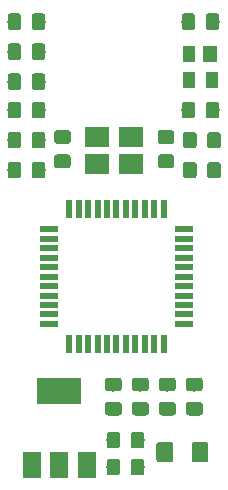
<source format=gbr>
%TF.GenerationSoftware,KiCad,Pcbnew,(5.1.2)-2*%
%TF.CreationDate,2020-02-06T17:00:50+08:00*%
%TF.ProjectId,wing-receiver-lite,77696e67-2d72-4656-9365-697665722d6c,rev?*%
%TF.SameCoordinates,Original*%
%TF.FileFunction,Paste,Top*%
%TF.FilePolarity,Positive*%
%FSLAX46Y46*%
G04 Gerber Fmt 4.6, Leading zero omitted, Abs format (unit mm)*
G04 Created by KiCad (PCBNEW (5.1.2)-2) date 2020-02-06 17:00:50*
%MOMM*%
%LPD*%
G04 APERTURE LIST*
%ADD10R,3.800000X2.200000*%
%ADD11R,1.500000X2.200000*%
%ADD12R,2.100000X1.800000*%
%ADD13R,0.550000X1.500000*%
%ADD14R,1.500000X0.550000*%
%ADD15C,0.350000*%
%ADD16C,1.150000*%
%ADD17C,1.425000*%
%ADD18R,1.000000X1.400000*%
%ADD19R,1.200000X1.400000*%
G04 APERTURE END LIST*
D10*
X75184000Y-125882000D03*
D11*
X72884000Y-132182000D03*
X75184000Y-132182000D03*
X77484000Y-132182000D03*
D12*
X78380000Y-104380000D03*
X81280000Y-104380000D03*
X81280000Y-106680000D03*
X78380000Y-106680000D03*
D13*
X84010000Y-121905000D03*
X83210000Y-121905000D03*
X82410000Y-121905000D03*
X81610000Y-121905000D03*
X80810000Y-121905000D03*
X80010000Y-121905000D03*
X79210000Y-121905000D03*
X78410000Y-121905000D03*
X77610000Y-121905000D03*
X76810000Y-121905000D03*
X76010000Y-121905000D03*
D14*
X74310000Y-120205000D03*
X74310000Y-119405000D03*
X74310000Y-118605000D03*
X74310000Y-117805000D03*
X74310000Y-117005000D03*
X74310000Y-116205000D03*
X74310000Y-115405000D03*
X74310000Y-114605000D03*
X74310000Y-113805000D03*
X74310000Y-113005000D03*
X74310000Y-112205000D03*
D13*
X76010000Y-110505000D03*
X76810000Y-110505000D03*
X77610000Y-110505000D03*
X78410000Y-110505000D03*
X79210000Y-110505000D03*
X80010000Y-110505000D03*
X80810000Y-110505000D03*
X81610000Y-110505000D03*
X82410000Y-110505000D03*
X83210000Y-110505000D03*
X84010000Y-110505000D03*
D14*
X85710000Y-112205000D03*
X85710000Y-113005000D03*
X85710000Y-113805000D03*
X85710000Y-114605000D03*
X85710000Y-115405000D03*
X85710000Y-116205000D03*
X85710000Y-117005000D03*
X85710000Y-117805000D03*
X85710000Y-118605000D03*
X85710000Y-119405000D03*
X85710000Y-120205000D03*
D15*
G36*
X71714505Y-101409204D02*
G01*
X71738773Y-101412804D01*
X71762572Y-101418765D01*
X71785671Y-101427030D01*
X71807850Y-101437520D01*
X71828893Y-101450132D01*
X71848599Y-101464747D01*
X71866777Y-101481223D01*
X71883253Y-101499401D01*
X71897868Y-101519107D01*
X71910480Y-101540150D01*
X71920970Y-101562329D01*
X71929235Y-101585428D01*
X71935196Y-101609227D01*
X71938796Y-101633495D01*
X71940000Y-101657999D01*
X71940000Y-102558001D01*
X71938796Y-102582505D01*
X71935196Y-102606773D01*
X71929235Y-102630572D01*
X71920970Y-102653671D01*
X71910480Y-102675850D01*
X71897868Y-102696893D01*
X71883253Y-102716599D01*
X71866777Y-102734777D01*
X71848599Y-102751253D01*
X71828893Y-102765868D01*
X71807850Y-102778480D01*
X71785671Y-102788970D01*
X71762572Y-102797235D01*
X71738773Y-102803196D01*
X71714505Y-102806796D01*
X71690001Y-102808000D01*
X71039999Y-102808000D01*
X71015495Y-102806796D01*
X70991227Y-102803196D01*
X70967428Y-102797235D01*
X70944329Y-102788970D01*
X70922150Y-102778480D01*
X70901107Y-102765868D01*
X70881401Y-102751253D01*
X70863223Y-102734777D01*
X70846747Y-102716599D01*
X70832132Y-102696893D01*
X70819520Y-102675850D01*
X70809030Y-102653671D01*
X70800765Y-102630572D01*
X70794804Y-102606773D01*
X70791204Y-102582505D01*
X70790000Y-102558001D01*
X70790000Y-101657999D01*
X70791204Y-101633495D01*
X70794804Y-101609227D01*
X70800765Y-101585428D01*
X70809030Y-101562329D01*
X70819520Y-101540150D01*
X70832132Y-101519107D01*
X70846747Y-101499401D01*
X70863223Y-101481223D01*
X70881401Y-101464747D01*
X70901107Y-101450132D01*
X70922150Y-101437520D01*
X70944329Y-101427030D01*
X70967428Y-101418765D01*
X70991227Y-101412804D01*
X71015495Y-101409204D01*
X71039999Y-101408000D01*
X71690001Y-101408000D01*
X71714505Y-101409204D01*
X71714505Y-101409204D01*
G37*
D16*
X71365000Y-102108000D03*
D15*
G36*
X73764505Y-101409204D02*
G01*
X73788773Y-101412804D01*
X73812572Y-101418765D01*
X73835671Y-101427030D01*
X73857850Y-101437520D01*
X73878893Y-101450132D01*
X73898599Y-101464747D01*
X73916777Y-101481223D01*
X73933253Y-101499401D01*
X73947868Y-101519107D01*
X73960480Y-101540150D01*
X73970970Y-101562329D01*
X73979235Y-101585428D01*
X73985196Y-101609227D01*
X73988796Y-101633495D01*
X73990000Y-101657999D01*
X73990000Y-102558001D01*
X73988796Y-102582505D01*
X73985196Y-102606773D01*
X73979235Y-102630572D01*
X73970970Y-102653671D01*
X73960480Y-102675850D01*
X73947868Y-102696893D01*
X73933253Y-102716599D01*
X73916777Y-102734777D01*
X73898599Y-102751253D01*
X73878893Y-102765868D01*
X73857850Y-102778480D01*
X73835671Y-102788970D01*
X73812572Y-102797235D01*
X73788773Y-102803196D01*
X73764505Y-102806796D01*
X73740001Y-102808000D01*
X73089999Y-102808000D01*
X73065495Y-102806796D01*
X73041227Y-102803196D01*
X73017428Y-102797235D01*
X72994329Y-102788970D01*
X72972150Y-102778480D01*
X72951107Y-102765868D01*
X72931401Y-102751253D01*
X72913223Y-102734777D01*
X72896747Y-102716599D01*
X72882132Y-102696893D01*
X72869520Y-102675850D01*
X72859030Y-102653671D01*
X72850765Y-102630572D01*
X72844804Y-102606773D01*
X72841204Y-102582505D01*
X72840000Y-102558001D01*
X72840000Y-101657999D01*
X72841204Y-101633495D01*
X72844804Y-101609227D01*
X72850765Y-101585428D01*
X72859030Y-101562329D01*
X72869520Y-101540150D01*
X72882132Y-101519107D01*
X72896747Y-101499401D01*
X72913223Y-101481223D01*
X72931401Y-101464747D01*
X72951107Y-101450132D01*
X72972150Y-101437520D01*
X72994329Y-101427030D01*
X73017428Y-101418765D01*
X73041227Y-101412804D01*
X73065495Y-101409204D01*
X73089999Y-101408000D01*
X73740001Y-101408000D01*
X73764505Y-101409204D01*
X73764505Y-101409204D01*
G37*
D16*
X73415000Y-102108000D03*
D15*
G36*
X88623505Y-106489204D02*
G01*
X88647773Y-106492804D01*
X88671572Y-106498765D01*
X88694671Y-106507030D01*
X88716850Y-106517520D01*
X88737893Y-106530132D01*
X88757599Y-106544747D01*
X88775777Y-106561223D01*
X88792253Y-106579401D01*
X88806868Y-106599107D01*
X88819480Y-106620150D01*
X88829970Y-106642329D01*
X88838235Y-106665428D01*
X88844196Y-106689227D01*
X88847796Y-106713495D01*
X88849000Y-106737999D01*
X88849000Y-107638001D01*
X88847796Y-107662505D01*
X88844196Y-107686773D01*
X88838235Y-107710572D01*
X88829970Y-107733671D01*
X88819480Y-107755850D01*
X88806868Y-107776893D01*
X88792253Y-107796599D01*
X88775777Y-107814777D01*
X88757599Y-107831253D01*
X88737893Y-107845868D01*
X88716850Y-107858480D01*
X88694671Y-107868970D01*
X88671572Y-107877235D01*
X88647773Y-107883196D01*
X88623505Y-107886796D01*
X88599001Y-107888000D01*
X87948999Y-107888000D01*
X87924495Y-107886796D01*
X87900227Y-107883196D01*
X87876428Y-107877235D01*
X87853329Y-107868970D01*
X87831150Y-107858480D01*
X87810107Y-107845868D01*
X87790401Y-107831253D01*
X87772223Y-107814777D01*
X87755747Y-107796599D01*
X87741132Y-107776893D01*
X87728520Y-107755850D01*
X87718030Y-107733671D01*
X87709765Y-107710572D01*
X87703804Y-107686773D01*
X87700204Y-107662505D01*
X87699000Y-107638001D01*
X87699000Y-106737999D01*
X87700204Y-106713495D01*
X87703804Y-106689227D01*
X87709765Y-106665428D01*
X87718030Y-106642329D01*
X87728520Y-106620150D01*
X87741132Y-106599107D01*
X87755747Y-106579401D01*
X87772223Y-106561223D01*
X87790401Y-106544747D01*
X87810107Y-106530132D01*
X87831150Y-106517520D01*
X87853329Y-106507030D01*
X87876428Y-106498765D01*
X87900227Y-106492804D01*
X87924495Y-106489204D01*
X87948999Y-106488000D01*
X88599001Y-106488000D01*
X88623505Y-106489204D01*
X88623505Y-106489204D01*
G37*
D16*
X88274000Y-107188000D03*
D15*
G36*
X86573505Y-106489204D02*
G01*
X86597773Y-106492804D01*
X86621572Y-106498765D01*
X86644671Y-106507030D01*
X86666850Y-106517520D01*
X86687893Y-106530132D01*
X86707599Y-106544747D01*
X86725777Y-106561223D01*
X86742253Y-106579401D01*
X86756868Y-106599107D01*
X86769480Y-106620150D01*
X86779970Y-106642329D01*
X86788235Y-106665428D01*
X86794196Y-106689227D01*
X86797796Y-106713495D01*
X86799000Y-106737999D01*
X86799000Y-107638001D01*
X86797796Y-107662505D01*
X86794196Y-107686773D01*
X86788235Y-107710572D01*
X86779970Y-107733671D01*
X86769480Y-107755850D01*
X86756868Y-107776893D01*
X86742253Y-107796599D01*
X86725777Y-107814777D01*
X86707599Y-107831253D01*
X86687893Y-107845868D01*
X86666850Y-107858480D01*
X86644671Y-107868970D01*
X86621572Y-107877235D01*
X86597773Y-107883196D01*
X86573505Y-107886796D01*
X86549001Y-107888000D01*
X85898999Y-107888000D01*
X85874495Y-107886796D01*
X85850227Y-107883196D01*
X85826428Y-107877235D01*
X85803329Y-107868970D01*
X85781150Y-107858480D01*
X85760107Y-107845868D01*
X85740401Y-107831253D01*
X85722223Y-107814777D01*
X85705747Y-107796599D01*
X85691132Y-107776893D01*
X85678520Y-107755850D01*
X85668030Y-107733671D01*
X85659765Y-107710572D01*
X85653804Y-107686773D01*
X85650204Y-107662505D01*
X85649000Y-107638001D01*
X85649000Y-106737999D01*
X85650204Y-106713495D01*
X85653804Y-106689227D01*
X85659765Y-106665428D01*
X85668030Y-106642329D01*
X85678520Y-106620150D01*
X85691132Y-106599107D01*
X85705747Y-106579401D01*
X85722223Y-106561223D01*
X85740401Y-106544747D01*
X85760107Y-106530132D01*
X85781150Y-106517520D01*
X85803329Y-106507030D01*
X85826428Y-106498765D01*
X85850227Y-106492804D01*
X85874495Y-106489204D01*
X85898999Y-106488000D01*
X86549001Y-106488000D01*
X86573505Y-106489204D01*
X86573505Y-106489204D01*
G37*
D16*
X86224000Y-107188000D03*
D15*
G36*
X71714505Y-106489204D02*
G01*
X71738773Y-106492804D01*
X71762572Y-106498765D01*
X71785671Y-106507030D01*
X71807850Y-106517520D01*
X71828893Y-106530132D01*
X71848599Y-106544747D01*
X71866777Y-106561223D01*
X71883253Y-106579401D01*
X71897868Y-106599107D01*
X71910480Y-106620150D01*
X71920970Y-106642329D01*
X71929235Y-106665428D01*
X71935196Y-106689227D01*
X71938796Y-106713495D01*
X71940000Y-106737999D01*
X71940000Y-107638001D01*
X71938796Y-107662505D01*
X71935196Y-107686773D01*
X71929235Y-107710572D01*
X71920970Y-107733671D01*
X71910480Y-107755850D01*
X71897868Y-107776893D01*
X71883253Y-107796599D01*
X71866777Y-107814777D01*
X71848599Y-107831253D01*
X71828893Y-107845868D01*
X71807850Y-107858480D01*
X71785671Y-107868970D01*
X71762572Y-107877235D01*
X71738773Y-107883196D01*
X71714505Y-107886796D01*
X71690001Y-107888000D01*
X71039999Y-107888000D01*
X71015495Y-107886796D01*
X70991227Y-107883196D01*
X70967428Y-107877235D01*
X70944329Y-107868970D01*
X70922150Y-107858480D01*
X70901107Y-107845868D01*
X70881401Y-107831253D01*
X70863223Y-107814777D01*
X70846747Y-107796599D01*
X70832132Y-107776893D01*
X70819520Y-107755850D01*
X70809030Y-107733671D01*
X70800765Y-107710572D01*
X70794804Y-107686773D01*
X70791204Y-107662505D01*
X70790000Y-107638001D01*
X70790000Y-106737999D01*
X70791204Y-106713495D01*
X70794804Y-106689227D01*
X70800765Y-106665428D01*
X70809030Y-106642329D01*
X70819520Y-106620150D01*
X70832132Y-106599107D01*
X70846747Y-106579401D01*
X70863223Y-106561223D01*
X70881401Y-106544747D01*
X70901107Y-106530132D01*
X70922150Y-106517520D01*
X70944329Y-106507030D01*
X70967428Y-106498765D01*
X70991227Y-106492804D01*
X71015495Y-106489204D01*
X71039999Y-106488000D01*
X71690001Y-106488000D01*
X71714505Y-106489204D01*
X71714505Y-106489204D01*
G37*
D16*
X71365000Y-107188000D03*
D15*
G36*
X73764505Y-106489204D02*
G01*
X73788773Y-106492804D01*
X73812572Y-106498765D01*
X73835671Y-106507030D01*
X73857850Y-106517520D01*
X73878893Y-106530132D01*
X73898599Y-106544747D01*
X73916777Y-106561223D01*
X73933253Y-106579401D01*
X73947868Y-106599107D01*
X73960480Y-106620150D01*
X73970970Y-106642329D01*
X73979235Y-106665428D01*
X73985196Y-106689227D01*
X73988796Y-106713495D01*
X73990000Y-106737999D01*
X73990000Y-107638001D01*
X73988796Y-107662505D01*
X73985196Y-107686773D01*
X73979235Y-107710572D01*
X73970970Y-107733671D01*
X73960480Y-107755850D01*
X73947868Y-107776893D01*
X73933253Y-107796599D01*
X73916777Y-107814777D01*
X73898599Y-107831253D01*
X73878893Y-107845868D01*
X73857850Y-107858480D01*
X73835671Y-107868970D01*
X73812572Y-107877235D01*
X73788773Y-107883196D01*
X73764505Y-107886796D01*
X73740001Y-107888000D01*
X73089999Y-107888000D01*
X73065495Y-107886796D01*
X73041227Y-107883196D01*
X73017428Y-107877235D01*
X72994329Y-107868970D01*
X72972150Y-107858480D01*
X72951107Y-107845868D01*
X72931401Y-107831253D01*
X72913223Y-107814777D01*
X72896747Y-107796599D01*
X72882132Y-107776893D01*
X72869520Y-107755850D01*
X72859030Y-107733671D01*
X72850765Y-107710572D01*
X72844804Y-107686773D01*
X72841204Y-107662505D01*
X72840000Y-107638001D01*
X72840000Y-106737999D01*
X72841204Y-106713495D01*
X72844804Y-106689227D01*
X72850765Y-106665428D01*
X72859030Y-106642329D01*
X72869520Y-106620150D01*
X72882132Y-106599107D01*
X72896747Y-106579401D01*
X72913223Y-106561223D01*
X72931401Y-106544747D01*
X72951107Y-106530132D01*
X72972150Y-106517520D01*
X72994329Y-106507030D01*
X73017428Y-106498765D01*
X73041227Y-106492804D01*
X73065495Y-106489204D01*
X73089999Y-106488000D01*
X73740001Y-106488000D01*
X73764505Y-106489204D01*
X73764505Y-106489204D01*
G37*
D16*
X73415000Y-107188000D03*
D15*
G36*
X71714505Y-96456204D02*
G01*
X71738773Y-96459804D01*
X71762572Y-96465765D01*
X71785671Y-96474030D01*
X71807850Y-96484520D01*
X71828893Y-96497132D01*
X71848599Y-96511747D01*
X71866777Y-96528223D01*
X71883253Y-96546401D01*
X71897868Y-96566107D01*
X71910480Y-96587150D01*
X71920970Y-96609329D01*
X71929235Y-96632428D01*
X71935196Y-96656227D01*
X71938796Y-96680495D01*
X71940000Y-96704999D01*
X71940000Y-97605001D01*
X71938796Y-97629505D01*
X71935196Y-97653773D01*
X71929235Y-97677572D01*
X71920970Y-97700671D01*
X71910480Y-97722850D01*
X71897868Y-97743893D01*
X71883253Y-97763599D01*
X71866777Y-97781777D01*
X71848599Y-97798253D01*
X71828893Y-97812868D01*
X71807850Y-97825480D01*
X71785671Y-97835970D01*
X71762572Y-97844235D01*
X71738773Y-97850196D01*
X71714505Y-97853796D01*
X71690001Y-97855000D01*
X71039999Y-97855000D01*
X71015495Y-97853796D01*
X70991227Y-97850196D01*
X70967428Y-97844235D01*
X70944329Y-97835970D01*
X70922150Y-97825480D01*
X70901107Y-97812868D01*
X70881401Y-97798253D01*
X70863223Y-97781777D01*
X70846747Y-97763599D01*
X70832132Y-97743893D01*
X70819520Y-97722850D01*
X70809030Y-97700671D01*
X70800765Y-97677572D01*
X70794804Y-97653773D01*
X70791204Y-97629505D01*
X70790000Y-97605001D01*
X70790000Y-96704999D01*
X70791204Y-96680495D01*
X70794804Y-96656227D01*
X70800765Y-96632428D01*
X70809030Y-96609329D01*
X70819520Y-96587150D01*
X70832132Y-96566107D01*
X70846747Y-96546401D01*
X70863223Y-96528223D01*
X70881401Y-96511747D01*
X70901107Y-96497132D01*
X70922150Y-96484520D01*
X70944329Y-96474030D01*
X70967428Y-96465765D01*
X70991227Y-96459804D01*
X71015495Y-96456204D01*
X71039999Y-96455000D01*
X71690001Y-96455000D01*
X71714505Y-96456204D01*
X71714505Y-96456204D01*
G37*
D16*
X71365000Y-97155000D03*
D15*
G36*
X73764505Y-96456204D02*
G01*
X73788773Y-96459804D01*
X73812572Y-96465765D01*
X73835671Y-96474030D01*
X73857850Y-96484520D01*
X73878893Y-96497132D01*
X73898599Y-96511747D01*
X73916777Y-96528223D01*
X73933253Y-96546401D01*
X73947868Y-96566107D01*
X73960480Y-96587150D01*
X73970970Y-96609329D01*
X73979235Y-96632428D01*
X73985196Y-96656227D01*
X73988796Y-96680495D01*
X73990000Y-96704999D01*
X73990000Y-97605001D01*
X73988796Y-97629505D01*
X73985196Y-97653773D01*
X73979235Y-97677572D01*
X73970970Y-97700671D01*
X73960480Y-97722850D01*
X73947868Y-97743893D01*
X73933253Y-97763599D01*
X73916777Y-97781777D01*
X73898599Y-97798253D01*
X73878893Y-97812868D01*
X73857850Y-97825480D01*
X73835671Y-97835970D01*
X73812572Y-97844235D01*
X73788773Y-97850196D01*
X73764505Y-97853796D01*
X73740001Y-97855000D01*
X73089999Y-97855000D01*
X73065495Y-97853796D01*
X73041227Y-97850196D01*
X73017428Y-97844235D01*
X72994329Y-97835970D01*
X72972150Y-97825480D01*
X72951107Y-97812868D01*
X72931401Y-97798253D01*
X72913223Y-97781777D01*
X72896747Y-97763599D01*
X72882132Y-97743893D01*
X72869520Y-97722850D01*
X72859030Y-97700671D01*
X72850765Y-97677572D01*
X72844804Y-97653773D01*
X72841204Y-97629505D01*
X72840000Y-97605001D01*
X72840000Y-96704999D01*
X72841204Y-96680495D01*
X72844804Y-96656227D01*
X72850765Y-96632428D01*
X72859030Y-96609329D01*
X72869520Y-96587150D01*
X72882132Y-96566107D01*
X72896747Y-96546401D01*
X72913223Y-96528223D01*
X72931401Y-96511747D01*
X72951107Y-96497132D01*
X72972150Y-96484520D01*
X72994329Y-96474030D01*
X73017428Y-96465765D01*
X73041227Y-96459804D01*
X73065495Y-96456204D01*
X73089999Y-96455000D01*
X73740001Y-96455000D01*
X73764505Y-96456204D01*
X73764505Y-96456204D01*
G37*
D16*
X73415000Y-97155000D03*
D15*
G36*
X73764505Y-103949204D02*
G01*
X73788773Y-103952804D01*
X73812572Y-103958765D01*
X73835671Y-103967030D01*
X73857850Y-103977520D01*
X73878893Y-103990132D01*
X73898599Y-104004747D01*
X73916777Y-104021223D01*
X73933253Y-104039401D01*
X73947868Y-104059107D01*
X73960480Y-104080150D01*
X73970970Y-104102329D01*
X73979235Y-104125428D01*
X73985196Y-104149227D01*
X73988796Y-104173495D01*
X73990000Y-104197999D01*
X73990000Y-105098001D01*
X73988796Y-105122505D01*
X73985196Y-105146773D01*
X73979235Y-105170572D01*
X73970970Y-105193671D01*
X73960480Y-105215850D01*
X73947868Y-105236893D01*
X73933253Y-105256599D01*
X73916777Y-105274777D01*
X73898599Y-105291253D01*
X73878893Y-105305868D01*
X73857850Y-105318480D01*
X73835671Y-105328970D01*
X73812572Y-105337235D01*
X73788773Y-105343196D01*
X73764505Y-105346796D01*
X73740001Y-105348000D01*
X73089999Y-105348000D01*
X73065495Y-105346796D01*
X73041227Y-105343196D01*
X73017428Y-105337235D01*
X72994329Y-105328970D01*
X72972150Y-105318480D01*
X72951107Y-105305868D01*
X72931401Y-105291253D01*
X72913223Y-105274777D01*
X72896747Y-105256599D01*
X72882132Y-105236893D01*
X72869520Y-105215850D01*
X72859030Y-105193671D01*
X72850765Y-105170572D01*
X72844804Y-105146773D01*
X72841204Y-105122505D01*
X72840000Y-105098001D01*
X72840000Y-104197999D01*
X72841204Y-104173495D01*
X72844804Y-104149227D01*
X72850765Y-104125428D01*
X72859030Y-104102329D01*
X72869520Y-104080150D01*
X72882132Y-104059107D01*
X72896747Y-104039401D01*
X72913223Y-104021223D01*
X72931401Y-104004747D01*
X72951107Y-103990132D01*
X72972150Y-103977520D01*
X72994329Y-103967030D01*
X73017428Y-103958765D01*
X73041227Y-103952804D01*
X73065495Y-103949204D01*
X73089999Y-103948000D01*
X73740001Y-103948000D01*
X73764505Y-103949204D01*
X73764505Y-103949204D01*
G37*
D16*
X73415000Y-104648000D03*
D15*
G36*
X71714505Y-103949204D02*
G01*
X71738773Y-103952804D01*
X71762572Y-103958765D01*
X71785671Y-103967030D01*
X71807850Y-103977520D01*
X71828893Y-103990132D01*
X71848599Y-104004747D01*
X71866777Y-104021223D01*
X71883253Y-104039401D01*
X71897868Y-104059107D01*
X71910480Y-104080150D01*
X71920970Y-104102329D01*
X71929235Y-104125428D01*
X71935196Y-104149227D01*
X71938796Y-104173495D01*
X71940000Y-104197999D01*
X71940000Y-105098001D01*
X71938796Y-105122505D01*
X71935196Y-105146773D01*
X71929235Y-105170572D01*
X71920970Y-105193671D01*
X71910480Y-105215850D01*
X71897868Y-105236893D01*
X71883253Y-105256599D01*
X71866777Y-105274777D01*
X71848599Y-105291253D01*
X71828893Y-105305868D01*
X71807850Y-105318480D01*
X71785671Y-105328970D01*
X71762572Y-105337235D01*
X71738773Y-105343196D01*
X71714505Y-105346796D01*
X71690001Y-105348000D01*
X71039999Y-105348000D01*
X71015495Y-105346796D01*
X70991227Y-105343196D01*
X70967428Y-105337235D01*
X70944329Y-105328970D01*
X70922150Y-105318480D01*
X70901107Y-105305868D01*
X70881401Y-105291253D01*
X70863223Y-105274777D01*
X70846747Y-105256599D01*
X70832132Y-105236893D01*
X70819520Y-105215850D01*
X70809030Y-105193671D01*
X70800765Y-105170572D01*
X70794804Y-105146773D01*
X70791204Y-105122505D01*
X70790000Y-105098001D01*
X70790000Y-104197999D01*
X70791204Y-104173495D01*
X70794804Y-104149227D01*
X70800765Y-104125428D01*
X70809030Y-104102329D01*
X70819520Y-104080150D01*
X70832132Y-104059107D01*
X70846747Y-104039401D01*
X70863223Y-104021223D01*
X70881401Y-104004747D01*
X70901107Y-103990132D01*
X70922150Y-103977520D01*
X70944329Y-103967030D01*
X70967428Y-103958765D01*
X70991227Y-103952804D01*
X71015495Y-103949204D01*
X71039999Y-103948000D01*
X71690001Y-103948000D01*
X71714505Y-103949204D01*
X71714505Y-103949204D01*
G37*
D16*
X71365000Y-104648000D03*
D15*
G36*
X86573505Y-103949204D02*
G01*
X86597773Y-103952804D01*
X86621572Y-103958765D01*
X86644671Y-103967030D01*
X86666850Y-103977520D01*
X86687893Y-103990132D01*
X86707599Y-104004747D01*
X86725777Y-104021223D01*
X86742253Y-104039401D01*
X86756868Y-104059107D01*
X86769480Y-104080150D01*
X86779970Y-104102329D01*
X86788235Y-104125428D01*
X86794196Y-104149227D01*
X86797796Y-104173495D01*
X86799000Y-104197999D01*
X86799000Y-105098001D01*
X86797796Y-105122505D01*
X86794196Y-105146773D01*
X86788235Y-105170572D01*
X86779970Y-105193671D01*
X86769480Y-105215850D01*
X86756868Y-105236893D01*
X86742253Y-105256599D01*
X86725777Y-105274777D01*
X86707599Y-105291253D01*
X86687893Y-105305868D01*
X86666850Y-105318480D01*
X86644671Y-105328970D01*
X86621572Y-105337235D01*
X86597773Y-105343196D01*
X86573505Y-105346796D01*
X86549001Y-105348000D01*
X85898999Y-105348000D01*
X85874495Y-105346796D01*
X85850227Y-105343196D01*
X85826428Y-105337235D01*
X85803329Y-105328970D01*
X85781150Y-105318480D01*
X85760107Y-105305868D01*
X85740401Y-105291253D01*
X85722223Y-105274777D01*
X85705747Y-105256599D01*
X85691132Y-105236893D01*
X85678520Y-105215850D01*
X85668030Y-105193671D01*
X85659765Y-105170572D01*
X85653804Y-105146773D01*
X85650204Y-105122505D01*
X85649000Y-105098001D01*
X85649000Y-104197999D01*
X85650204Y-104173495D01*
X85653804Y-104149227D01*
X85659765Y-104125428D01*
X85668030Y-104102329D01*
X85678520Y-104080150D01*
X85691132Y-104059107D01*
X85705747Y-104039401D01*
X85722223Y-104021223D01*
X85740401Y-104004747D01*
X85760107Y-103990132D01*
X85781150Y-103977520D01*
X85803329Y-103967030D01*
X85826428Y-103958765D01*
X85850227Y-103952804D01*
X85874495Y-103949204D01*
X85898999Y-103948000D01*
X86549001Y-103948000D01*
X86573505Y-103949204D01*
X86573505Y-103949204D01*
G37*
D16*
X86224000Y-104648000D03*
D15*
G36*
X88623505Y-103949204D02*
G01*
X88647773Y-103952804D01*
X88671572Y-103958765D01*
X88694671Y-103967030D01*
X88716850Y-103977520D01*
X88737893Y-103990132D01*
X88757599Y-104004747D01*
X88775777Y-104021223D01*
X88792253Y-104039401D01*
X88806868Y-104059107D01*
X88819480Y-104080150D01*
X88829970Y-104102329D01*
X88838235Y-104125428D01*
X88844196Y-104149227D01*
X88847796Y-104173495D01*
X88849000Y-104197999D01*
X88849000Y-105098001D01*
X88847796Y-105122505D01*
X88844196Y-105146773D01*
X88838235Y-105170572D01*
X88829970Y-105193671D01*
X88819480Y-105215850D01*
X88806868Y-105236893D01*
X88792253Y-105256599D01*
X88775777Y-105274777D01*
X88757599Y-105291253D01*
X88737893Y-105305868D01*
X88716850Y-105318480D01*
X88694671Y-105328970D01*
X88671572Y-105337235D01*
X88647773Y-105343196D01*
X88623505Y-105346796D01*
X88599001Y-105348000D01*
X87948999Y-105348000D01*
X87924495Y-105346796D01*
X87900227Y-105343196D01*
X87876428Y-105337235D01*
X87853329Y-105328970D01*
X87831150Y-105318480D01*
X87810107Y-105305868D01*
X87790401Y-105291253D01*
X87772223Y-105274777D01*
X87755747Y-105256599D01*
X87741132Y-105236893D01*
X87728520Y-105215850D01*
X87718030Y-105193671D01*
X87709765Y-105170572D01*
X87703804Y-105146773D01*
X87700204Y-105122505D01*
X87699000Y-105098001D01*
X87699000Y-104197999D01*
X87700204Y-104173495D01*
X87703804Y-104149227D01*
X87709765Y-104125428D01*
X87718030Y-104102329D01*
X87728520Y-104080150D01*
X87741132Y-104059107D01*
X87755747Y-104039401D01*
X87772223Y-104021223D01*
X87790401Y-104004747D01*
X87810107Y-103990132D01*
X87831150Y-103977520D01*
X87853329Y-103967030D01*
X87876428Y-103958765D01*
X87900227Y-103952804D01*
X87924495Y-103949204D01*
X87948999Y-103948000D01*
X88599001Y-103948000D01*
X88623505Y-103949204D01*
X88623505Y-103949204D01*
G37*
D16*
X88274000Y-104648000D03*
D15*
G36*
X88496505Y-101409204D02*
G01*
X88520773Y-101412804D01*
X88544572Y-101418765D01*
X88567671Y-101427030D01*
X88589850Y-101437520D01*
X88610893Y-101450132D01*
X88630599Y-101464747D01*
X88648777Y-101481223D01*
X88665253Y-101499401D01*
X88679868Y-101519107D01*
X88692480Y-101540150D01*
X88702970Y-101562329D01*
X88711235Y-101585428D01*
X88717196Y-101609227D01*
X88720796Y-101633495D01*
X88722000Y-101657999D01*
X88722000Y-102558001D01*
X88720796Y-102582505D01*
X88717196Y-102606773D01*
X88711235Y-102630572D01*
X88702970Y-102653671D01*
X88692480Y-102675850D01*
X88679868Y-102696893D01*
X88665253Y-102716599D01*
X88648777Y-102734777D01*
X88630599Y-102751253D01*
X88610893Y-102765868D01*
X88589850Y-102778480D01*
X88567671Y-102788970D01*
X88544572Y-102797235D01*
X88520773Y-102803196D01*
X88496505Y-102806796D01*
X88472001Y-102808000D01*
X87821999Y-102808000D01*
X87797495Y-102806796D01*
X87773227Y-102803196D01*
X87749428Y-102797235D01*
X87726329Y-102788970D01*
X87704150Y-102778480D01*
X87683107Y-102765868D01*
X87663401Y-102751253D01*
X87645223Y-102734777D01*
X87628747Y-102716599D01*
X87614132Y-102696893D01*
X87601520Y-102675850D01*
X87591030Y-102653671D01*
X87582765Y-102630572D01*
X87576804Y-102606773D01*
X87573204Y-102582505D01*
X87572000Y-102558001D01*
X87572000Y-101657999D01*
X87573204Y-101633495D01*
X87576804Y-101609227D01*
X87582765Y-101585428D01*
X87591030Y-101562329D01*
X87601520Y-101540150D01*
X87614132Y-101519107D01*
X87628747Y-101499401D01*
X87645223Y-101481223D01*
X87663401Y-101464747D01*
X87683107Y-101450132D01*
X87704150Y-101437520D01*
X87726329Y-101427030D01*
X87749428Y-101418765D01*
X87773227Y-101412804D01*
X87797495Y-101409204D01*
X87821999Y-101408000D01*
X88472001Y-101408000D01*
X88496505Y-101409204D01*
X88496505Y-101409204D01*
G37*
D16*
X88147000Y-102108000D03*
D15*
G36*
X86446505Y-101409204D02*
G01*
X86470773Y-101412804D01*
X86494572Y-101418765D01*
X86517671Y-101427030D01*
X86539850Y-101437520D01*
X86560893Y-101450132D01*
X86580599Y-101464747D01*
X86598777Y-101481223D01*
X86615253Y-101499401D01*
X86629868Y-101519107D01*
X86642480Y-101540150D01*
X86652970Y-101562329D01*
X86661235Y-101585428D01*
X86667196Y-101609227D01*
X86670796Y-101633495D01*
X86672000Y-101657999D01*
X86672000Y-102558001D01*
X86670796Y-102582505D01*
X86667196Y-102606773D01*
X86661235Y-102630572D01*
X86652970Y-102653671D01*
X86642480Y-102675850D01*
X86629868Y-102696893D01*
X86615253Y-102716599D01*
X86598777Y-102734777D01*
X86580599Y-102751253D01*
X86560893Y-102765868D01*
X86539850Y-102778480D01*
X86517671Y-102788970D01*
X86494572Y-102797235D01*
X86470773Y-102803196D01*
X86446505Y-102806796D01*
X86422001Y-102808000D01*
X85771999Y-102808000D01*
X85747495Y-102806796D01*
X85723227Y-102803196D01*
X85699428Y-102797235D01*
X85676329Y-102788970D01*
X85654150Y-102778480D01*
X85633107Y-102765868D01*
X85613401Y-102751253D01*
X85595223Y-102734777D01*
X85578747Y-102716599D01*
X85564132Y-102696893D01*
X85551520Y-102675850D01*
X85541030Y-102653671D01*
X85532765Y-102630572D01*
X85526804Y-102606773D01*
X85523204Y-102582505D01*
X85522000Y-102558001D01*
X85522000Y-101657999D01*
X85523204Y-101633495D01*
X85526804Y-101609227D01*
X85532765Y-101585428D01*
X85541030Y-101562329D01*
X85551520Y-101540150D01*
X85564132Y-101519107D01*
X85578747Y-101499401D01*
X85595223Y-101481223D01*
X85613401Y-101464747D01*
X85633107Y-101450132D01*
X85654150Y-101437520D01*
X85676329Y-101427030D01*
X85699428Y-101418765D01*
X85723227Y-101412804D01*
X85747495Y-101409204D01*
X85771999Y-101408000D01*
X86422001Y-101408000D01*
X86446505Y-101409204D01*
X86446505Y-101409204D01*
G37*
D16*
X86097000Y-102108000D03*
D15*
G36*
X88496505Y-93916204D02*
G01*
X88520773Y-93919804D01*
X88544572Y-93925765D01*
X88567671Y-93934030D01*
X88589850Y-93944520D01*
X88610893Y-93957132D01*
X88630599Y-93971747D01*
X88648777Y-93988223D01*
X88665253Y-94006401D01*
X88679868Y-94026107D01*
X88692480Y-94047150D01*
X88702970Y-94069329D01*
X88711235Y-94092428D01*
X88717196Y-94116227D01*
X88720796Y-94140495D01*
X88722000Y-94164999D01*
X88722000Y-95065001D01*
X88720796Y-95089505D01*
X88717196Y-95113773D01*
X88711235Y-95137572D01*
X88702970Y-95160671D01*
X88692480Y-95182850D01*
X88679868Y-95203893D01*
X88665253Y-95223599D01*
X88648777Y-95241777D01*
X88630599Y-95258253D01*
X88610893Y-95272868D01*
X88589850Y-95285480D01*
X88567671Y-95295970D01*
X88544572Y-95304235D01*
X88520773Y-95310196D01*
X88496505Y-95313796D01*
X88472001Y-95315000D01*
X87821999Y-95315000D01*
X87797495Y-95313796D01*
X87773227Y-95310196D01*
X87749428Y-95304235D01*
X87726329Y-95295970D01*
X87704150Y-95285480D01*
X87683107Y-95272868D01*
X87663401Y-95258253D01*
X87645223Y-95241777D01*
X87628747Y-95223599D01*
X87614132Y-95203893D01*
X87601520Y-95182850D01*
X87591030Y-95160671D01*
X87582765Y-95137572D01*
X87576804Y-95113773D01*
X87573204Y-95089505D01*
X87572000Y-95065001D01*
X87572000Y-94164999D01*
X87573204Y-94140495D01*
X87576804Y-94116227D01*
X87582765Y-94092428D01*
X87591030Y-94069329D01*
X87601520Y-94047150D01*
X87614132Y-94026107D01*
X87628747Y-94006401D01*
X87645223Y-93988223D01*
X87663401Y-93971747D01*
X87683107Y-93957132D01*
X87704150Y-93944520D01*
X87726329Y-93934030D01*
X87749428Y-93925765D01*
X87773227Y-93919804D01*
X87797495Y-93916204D01*
X87821999Y-93915000D01*
X88472001Y-93915000D01*
X88496505Y-93916204D01*
X88496505Y-93916204D01*
G37*
D16*
X88147000Y-94615000D03*
D15*
G36*
X86446505Y-93916204D02*
G01*
X86470773Y-93919804D01*
X86494572Y-93925765D01*
X86517671Y-93934030D01*
X86539850Y-93944520D01*
X86560893Y-93957132D01*
X86580599Y-93971747D01*
X86598777Y-93988223D01*
X86615253Y-94006401D01*
X86629868Y-94026107D01*
X86642480Y-94047150D01*
X86652970Y-94069329D01*
X86661235Y-94092428D01*
X86667196Y-94116227D01*
X86670796Y-94140495D01*
X86672000Y-94164999D01*
X86672000Y-95065001D01*
X86670796Y-95089505D01*
X86667196Y-95113773D01*
X86661235Y-95137572D01*
X86652970Y-95160671D01*
X86642480Y-95182850D01*
X86629868Y-95203893D01*
X86615253Y-95223599D01*
X86598777Y-95241777D01*
X86580599Y-95258253D01*
X86560893Y-95272868D01*
X86539850Y-95285480D01*
X86517671Y-95295970D01*
X86494572Y-95304235D01*
X86470773Y-95310196D01*
X86446505Y-95313796D01*
X86422001Y-95315000D01*
X85771999Y-95315000D01*
X85747495Y-95313796D01*
X85723227Y-95310196D01*
X85699428Y-95304235D01*
X85676329Y-95295970D01*
X85654150Y-95285480D01*
X85633107Y-95272868D01*
X85613401Y-95258253D01*
X85595223Y-95241777D01*
X85578747Y-95223599D01*
X85564132Y-95203893D01*
X85551520Y-95182850D01*
X85541030Y-95160671D01*
X85532765Y-95137572D01*
X85526804Y-95113773D01*
X85523204Y-95089505D01*
X85522000Y-95065001D01*
X85522000Y-94164999D01*
X85523204Y-94140495D01*
X85526804Y-94116227D01*
X85532765Y-94092428D01*
X85541030Y-94069329D01*
X85551520Y-94047150D01*
X85564132Y-94026107D01*
X85578747Y-94006401D01*
X85595223Y-93988223D01*
X85613401Y-93971747D01*
X85633107Y-93957132D01*
X85654150Y-93944520D01*
X85676329Y-93934030D01*
X85699428Y-93925765D01*
X85723227Y-93919804D01*
X85747495Y-93916204D01*
X85771999Y-93915000D01*
X86422001Y-93915000D01*
X86446505Y-93916204D01*
X86446505Y-93916204D01*
G37*
D16*
X86097000Y-94615000D03*
D15*
G36*
X71714505Y-93916204D02*
G01*
X71738773Y-93919804D01*
X71762572Y-93925765D01*
X71785671Y-93934030D01*
X71807850Y-93944520D01*
X71828893Y-93957132D01*
X71848599Y-93971747D01*
X71866777Y-93988223D01*
X71883253Y-94006401D01*
X71897868Y-94026107D01*
X71910480Y-94047150D01*
X71920970Y-94069329D01*
X71929235Y-94092428D01*
X71935196Y-94116227D01*
X71938796Y-94140495D01*
X71940000Y-94164999D01*
X71940000Y-95065001D01*
X71938796Y-95089505D01*
X71935196Y-95113773D01*
X71929235Y-95137572D01*
X71920970Y-95160671D01*
X71910480Y-95182850D01*
X71897868Y-95203893D01*
X71883253Y-95223599D01*
X71866777Y-95241777D01*
X71848599Y-95258253D01*
X71828893Y-95272868D01*
X71807850Y-95285480D01*
X71785671Y-95295970D01*
X71762572Y-95304235D01*
X71738773Y-95310196D01*
X71714505Y-95313796D01*
X71690001Y-95315000D01*
X71039999Y-95315000D01*
X71015495Y-95313796D01*
X70991227Y-95310196D01*
X70967428Y-95304235D01*
X70944329Y-95295970D01*
X70922150Y-95285480D01*
X70901107Y-95272868D01*
X70881401Y-95258253D01*
X70863223Y-95241777D01*
X70846747Y-95223599D01*
X70832132Y-95203893D01*
X70819520Y-95182850D01*
X70809030Y-95160671D01*
X70800765Y-95137572D01*
X70794804Y-95113773D01*
X70791204Y-95089505D01*
X70790000Y-95065001D01*
X70790000Y-94164999D01*
X70791204Y-94140495D01*
X70794804Y-94116227D01*
X70800765Y-94092428D01*
X70809030Y-94069329D01*
X70819520Y-94047150D01*
X70832132Y-94026107D01*
X70846747Y-94006401D01*
X70863223Y-93988223D01*
X70881401Y-93971747D01*
X70901107Y-93957132D01*
X70922150Y-93944520D01*
X70944329Y-93934030D01*
X70967428Y-93925765D01*
X70991227Y-93919804D01*
X71015495Y-93916204D01*
X71039999Y-93915000D01*
X71690001Y-93915000D01*
X71714505Y-93916204D01*
X71714505Y-93916204D01*
G37*
D16*
X71365000Y-94615000D03*
D15*
G36*
X73764505Y-93916204D02*
G01*
X73788773Y-93919804D01*
X73812572Y-93925765D01*
X73835671Y-93934030D01*
X73857850Y-93944520D01*
X73878893Y-93957132D01*
X73898599Y-93971747D01*
X73916777Y-93988223D01*
X73933253Y-94006401D01*
X73947868Y-94026107D01*
X73960480Y-94047150D01*
X73970970Y-94069329D01*
X73979235Y-94092428D01*
X73985196Y-94116227D01*
X73988796Y-94140495D01*
X73990000Y-94164999D01*
X73990000Y-95065001D01*
X73988796Y-95089505D01*
X73985196Y-95113773D01*
X73979235Y-95137572D01*
X73970970Y-95160671D01*
X73960480Y-95182850D01*
X73947868Y-95203893D01*
X73933253Y-95223599D01*
X73916777Y-95241777D01*
X73898599Y-95258253D01*
X73878893Y-95272868D01*
X73857850Y-95285480D01*
X73835671Y-95295970D01*
X73812572Y-95304235D01*
X73788773Y-95310196D01*
X73764505Y-95313796D01*
X73740001Y-95315000D01*
X73089999Y-95315000D01*
X73065495Y-95313796D01*
X73041227Y-95310196D01*
X73017428Y-95304235D01*
X72994329Y-95295970D01*
X72972150Y-95285480D01*
X72951107Y-95272868D01*
X72931401Y-95258253D01*
X72913223Y-95241777D01*
X72896747Y-95223599D01*
X72882132Y-95203893D01*
X72869520Y-95182850D01*
X72859030Y-95160671D01*
X72850765Y-95137572D01*
X72844804Y-95113773D01*
X72841204Y-95089505D01*
X72840000Y-95065001D01*
X72840000Y-94164999D01*
X72841204Y-94140495D01*
X72844804Y-94116227D01*
X72850765Y-94092428D01*
X72859030Y-94069329D01*
X72869520Y-94047150D01*
X72882132Y-94026107D01*
X72896747Y-94006401D01*
X72913223Y-93988223D01*
X72931401Y-93971747D01*
X72951107Y-93957132D01*
X72972150Y-93944520D01*
X72994329Y-93934030D01*
X73017428Y-93925765D01*
X73041227Y-93919804D01*
X73065495Y-93916204D01*
X73089999Y-93915000D01*
X73740001Y-93915000D01*
X73764505Y-93916204D01*
X73764505Y-93916204D01*
G37*
D16*
X73415000Y-94615000D03*
D15*
G36*
X87572504Y-130190204D02*
G01*
X87596773Y-130193804D01*
X87620571Y-130199765D01*
X87643671Y-130208030D01*
X87665849Y-130218520D01*
X87686893Y-130231133D01*
X87706598Y-130245747D01*
X87724777Y-130262223D01*
X87741253Y-130280402D01*
X87755867Y-130300107D01*
X87768480Y-130321151D01*
X87778970Y-130343329D01*
X87787235Y-130366429D01*
X87793196Y-130390227D01*
X87796796Y-130414496D01*
X87798000Y-130439000D01*
X87798000Y-131689000D01*
X87796796Y-131713504D01*
X87793196Y-131737773D01*
X87787235Y-131761571D01*
X87778970Y-131784671D01*
X87768480Y-131806849D01*
X87755867Y-131827893D01*
X87741253Y-131847598D01*
X87724777Y-131865777D01*
X87706598Y-131882253D01*
X87686893Y-131896867D01*
X87665849Y-131909480D01*
X87643671Y-131919970D01*
X87620571Y-131928235D01*
X87596773Y-131934196D01*
X87572504Y-131937796D01*
X87548000Y-131939000D01*
X86623000Y-131939000D01*
X86598496Y-131937796D01*
X86574227Y-131934196D01*
X86550429Y-131928235D01*
X86527329Y-131919970D01*
X86505151Y-131909480D01*
X86484107Y-131896867D01*
X86464402Y-131882253D01*
X86446223Y-131865777D01*
X86429747Y-131847598D01*
X86415133Y-131827893D01*
X86402520Y-131806849D01*
X86392030Y-131784671D01*
X86383765Y-131761571D01*
X86377804Y-131737773D01*
X86374204Y-131713504D01*
X86373000Y-131689000D01*
X86373000Y-130439000D01*
X86374204Y-130414496D01*
X86377804Y-130390227D01*
X86383765Y-130366429D01*
X86392030Y-130343329D01*
X86402520Y-130321151D01*
X86415133Y-130300107D01*
X86429747Y-130280402D01*
X86446223Y-130262223D01*
X86464402Y-130245747D01*
X86484107Y-130231133D01*
X86505151Y-130218520D01*
X86527329Y-130208030D01*
X86550429Y-130199765D01*
X86574227Y-130193804D01*
X86598496Y-130190204D01*
X86623000Y-130189000D01*
X87548000Y-130189000D01*
X87572504Y-130190204D01*
X87572504Y-130190204D01*
G37*
D17*
X87085500Y-131064000D03*
D15*
G36*
X84597504Y-130190204D02*
G01*
X84621773Y-130193804D01*
X84645571Y-130199765D01*
X84668671Y-130208030D01*
X84690849Y-130218520D01*
X84711893Y-130231133D01*
X84731598Y-130245747D01*
X84749777Y-130262223D01*
X84766253Y-130280402D01*
X84780867Y-130300107D01*
X84793480Y-130321151D01*
X84803970Y-130343329D01*
X84812235Y-130366429D01*
X84818196Y-130390227D01*
X84821796Y-130414496D01*
X84823000Y-130439000D01*
X84823000Y-131689000D01*
X84821796Y-131713504D01*
X84818196Y-131737773D01*
X84812235Y-131761571D01*
X84803970Y-131784671D01*
X84793480Y-131806849D01*
X84780867Y-131827893D01*
X84766253Y-131847598D01*
X84749777Y-131865777D01*
X84731598Y-131882253D01*
X84711893Y-131896867D01*
X84690849Y-131909480D01*
X84668671Y-131919970D01*
X84645571Y-131928235D01*
X84621773Y-131934196D01*
X84597504Y-131937796D01*
X84573000Y-131939000D01*
X83648000Y-131939000D01*
X83623496Y-131937796D01*
X83599227Y-131934196D01*
X83575429Y-131928235D01*
X83552329Y-131919970D01*
X83530151Y-131909480D01*
X83509107Y-131896867D01*
X83489402Y-131882253D01*
X83471223Y-131865777D01*
X83454747Y-131847598D01*
X83440133Y-131827893D01*
X83427520Y-131806849D01*
X83417030Y-131784671D01*
X83408765Y-131761571D01*
X83402804Y-131737773D01*
X83399204Y-131713504D01*
X83398000Y-131689000D01*
X83398000Y-130439000D01*
X83399204Y-130414496D01*
X83402804Y-130390227D01*
X83408765Y-130366429D01*
X83417030Y-130343329D01*
X83427520Y-130321151D01*
X83440133Y-130300107D01*
X83454747Y-130280402D01*
X83471223Y-130262223D01*
X83489402Y-130245747D01*
X83509107Y-130231133D01*
X83530151Y-130218520D01*
X83552329Y-130208030D01*
X83575429Y-130199765D01*
X83599227Y-130193804D01*
X83623496Y-130190204D01*
X83648000Y-130189000D01*
X84573000Y-130189000D01*
X84597504Y-130190204D01*
X84597504Y-130190204D01*
G37*
D17*
X84110500Y-131064000D03*
D18*
X88072000Y-99525000D03*
X86172000Y-99525000D03*
X86172000Y-97325000D03*
D19*
X87892000Y-97325000D03*
D15*
G36*
X82146505Y-131635204D02*
G01*
X82170773Y-131638804D01*
X82194572Y-131644765D01*
X82217671Y-131653030D01*
X82239850Y-131663520D01*
X82260893Y-131676132D01*
X82280599Y-131690747D01*
X82298777Y-131707223D01*
X82315253Y-131725401D01*
X82329868Y-131745107D01*
X82342480Y-131766150D01*
X82352970Y-131788329D01*
X82361235Y-131811428D01*
X82367196Y-131835227D01*
X82370796Y-131859495D01*
X82372000Y-131883999D01*
X82372000Y-132784001D01*
X82370796Y-132808505D01*
X82367196Y-132832773D01*
X82361235Y-132856572D01*
X82352970Y-132879671D01*
X82342480Y-132901850D01*
X82329868Y-132922893D01*
X82315253Y-132942599D01*
X82298777Y-132960777D01*
X82280599Y-132977253D01*
X82260893Y-132991868D01*
X82239850Y-133004480D01*
X82217671Y-133014970D01*
X82194572Y-133023235D01*
X82170773Y-133029196D01*
X82146505Y-133032796D01*
X82122001Y-133034000D01*
X81471999Y-133034000D01*
X81447495Y-133032796D01*
X81423227Y-133029196D01*
X81399428Y-133023235D01*
X81376329Y-133014970D01*
X81354150Y-133004480D01*
X81333107Y-132991868D01*
X81313401Y-132977253D01*
X81295223Y-132960777D01*
X81278747Y-132942599D01*
X81264132Y-132922893D01*
X81251520Y-132901850D01*
X81241030Y-132879671D01*
X81232765Y-132856572D01*
X81226804Y-132832773D01*
X81223204Y-132808505D01*
X81222000Y-132784001D01*
X81222000Y-131883999D01*
X81223204Y-131859495D01*
X81226804Y-131835227D01*
X81232765Y-131811428D01*
X81241030Y-131788329D01*
X81251520Y-131766150D01*
X81264132Y-131745107D01*
X81278747Y-131725401D01*
X81295223Y-131707223D01*
X81313401Y-131690747D01*
X81333107Y-131676132D01*
X81354150Y-131663520D01*
X81376329Y-131653030D01*
X81399428Y-131644765D01*
X81423227Y-131638804D01*
X81447495Y-131635204D01*
X81471999Y-131634000D01*
X82122001Y-131634000D01*
X82146505Y-131635204D01*
X82146505Y-131635204D01*
G37*
D16*
X81797000Y-132334000D03*
D15*
G36*
X80096505Y-131635204D02*
G01*
X80120773Y-131638804D01*
X80144572Y-131644765D01*
X80167671Y-131653030D01*
X80189850Y-131663520D01*
X80210893Y-131676132D01*
X80230599Y-131690747D01*
X80248777Y-131707223D01*
X80265253Y-131725401D01*
X80279868Y-131745107D01*
X80292480Y-131766150D01*
X80302970Y-131788329D01*
X80311235Y-131811428D01*
X80317196Y-131835227D01*
X80320796Y-131859495D01*
X80322000Y-131883999D01*
X80322000Y-132784001D01*
X80320796Y-132808505D01*
X80317196Y-132832773D01*
X80311235Y-132856572D01*
X80302970Y-132879671D01*
X80292480Y-132901850D01*
X80279868Y-132922893D01*
X80265253Y-132942599D01*
X80248777Y-132960777D01*
X80230599Y-132977253D01*
X80210893Y-132991868D01*
X80189850Y-133004480D01*
X80167671Y-133014970D01*
X80144572Y-133023235D01*
X80120773Y-133029196D01*
X80096505Y-133032796D01*
X80072001Y-133034000D01*
X79421999Y-133034000D01*
X79397495Y-133032796D01*
X79373227Y-133029196D01*
X79349428Y-133023235D01*
X79326329Y-133014970D01*
X79304150Y-133004480D01*
X79283107Y-132991868D01*
X79263401Y-132977253D01*
X79245223Y-132960777D01*
X79228747Y-132942599D01*
X79214132Y-132922893D01*
X79201520Y-132901850D01*
X79191030Y-132879671D01*
X79182765Y-132856572D01*
X79176804Y-132832773D01*
X79173204Y-132808505D01*
X79172000Y-132784001D01*
X79172000Y-131883999D01*
X79173204Y-131859495D01*
X79176804Y-131835227D01*
X79182765Y-131811428D01*
X79191030Y-131788329D01*
X79201520Y-131766150D01*
X79214132Y-131745107D01*
X79228747Y-131725401D01*
X79245223Y-131707223D01*
X79263401Y-131690747D01*
X79283107Y-131676132D01*
X79304150Y-131663520D01*
X79326329Y-131653030D01*
X79349428Y-131644765D01*
X79373227Y-131638804D01*
X79397495Y-131635204D01*
X79421999Y-131634000D01*
X80072001Y-131634000D01*
X80096505Y-131635204D01*
X80096505Y-131635204D01*
G37*
D16*
X79747000Y-132334000D03*
D15*
G36*
X82146505Y-129349204D02*
G01*
X82170773Y-129352804D01*
X82194572Y-129358765D01*
X82217671Y-129367030D01*
X82239850Y-129377520D01*
X82260893Y-129390132D01*
X82280599Y-129404747D01*
X82298777Y-129421223D01*
X82315253Y-129439401D01*
X82329868Y-129459107D01*
X82342480Y-129480150D01*
X82352970Y-129502329D01*
X82361235Y-129525428D01*
X82367196Y-129549227D01*
X82370796Y-129573495D01*
X82372000Y-129597999D01*
X82372000Y-130498001D01*
X82370796Y-130522505D01*
X82367196Y-130546773D01*
X82361235Y-130570572D01*
X82352970Y-130593671D01*
X82342480Y-130615850D01*
X82329868Y-130636893D01*
X82315253Y-130656599D01*
X82298777Y-130674777D01*
X82280599Y-130691253D01*
X82260893Y-130705868D01*
X82239850Y-130718480D01*
X82217671Y-130728970D01*
X82194572Y-130737235D01*
X82170773Y-130743196D01*
X82146505Y-130746796D01*
X82122001Y-130748000D01*
X81471999Y-130748000D01*
X81447495Y-130746796D01*
X81423227Y-130743196D01*
X81399428Y-130737235D01*
X81376329Y-130728970D01*
X81354150Y-130718480D01*
X81333107Y-130705868D01*
X81313401Y-130691253D01*
X81295223Y-130674777D01*
X81278747Y-130656599D01*
X81264132Y-130636893D01*
X81251520Y-130615850D01*
X81241030Y-130593671D01*
X81232765Y-130570572D01*
X81226804Y-130546773D01*
X81223204Y-130522505D01*
X81222000Y-130498001D01*
X81222000Y-129597999D01*
X81223204Y-129573495D01*
X81226804Y-129549227D01*
X81232765Y-129525428D01*
X81241030Y-129502329D01*
X81251520Y-129480150D01*
X81264132Y-129459107D01*
X81278747Y-129439401D01*
X81295223Y-129421223D01*
X81313401Y-129404747D01*
X81333107Y-129390132D01*
X81354150Y-129377520D01*
X81376329Y-129367030D01*
X81399428Y-129358765D01*
X81423227Y-129352804D01*
X81447495Y-129349204D01*
X81471999Y-129348000D01*
X82122001Y-129348000D01*
X82146505Y-129349204D01*
X82146505Y-129349204D01*
G37*
D16*
X81797000Y-130048000D03*
D15*
G36*
X80096505Y-129349204D02*
G01*
X80120773Y-129352804D01*
X80144572Y-129358765D01*
X80167671Y-129367030D01*
X80189850Y-129377520D01*
X80210893Y-129390132D01*
X80230599Y-129404747D01*
X80248777Y-129421223D01*
X80265253Y-129439401D01*
X80279868Y-129459107D01*
X80292480Y-129480150D01*
X80302970Y-129502329D01*
X80311235Y-129525428D01*
X80317196Y-129549227D01*
X80320796Y-129573495D01*
X80322000Y-129597999D01*
X80322000Y-130498001D01*
X80320796Y-130522505D01*
X80317196Y-130546773D01*
X80311235Y-130570572D01*
X80302970Y-130593671D01*
X80292480Y-130615850D01*
X80279868Y-130636893D01*
X80265253Y-130656599D01*
X80248777Y-130674777D01*
X80230599Y-130691253D01*
X80210893Y-130705868D01*
X80189850Y-130718480D01*
X80167671Y-130728970D01*
X80144572Y-130737235D01*
X80120773Y-130743196D01*
X80096505Y-130746796D01*
X80072001Y-130748000D01*
X79421999Y-130748000D01*
X79397495Y-130746796D01*
X79373227Y-130743196D01*
X79349428Y-130737235D01*
X79326329Y-130728970D01*
X79304150Y-130718480D01*
X79283107Y-130705868D01*
X79263401Y-130691253D01*
X79245223Y-130674777D01*
X79228747Y-130656599D01*
X79214132Y-130636893D01*
X79201520Y-130615850D01*
X79191030Y-130593671D01*
X79182765Y-130570572D01*
X79176804Y-130546773D01*
X79173204Y-130522505D01*
X79172000Y-130498001D01*
X79172000Y-129597999D01*
X79173204Y-129573495D01*
X79176804Y-129549227D01*
X79182765Y-129525428D01*
X79191030Y-129502329D01*
X79201520Y-129480150D01*
X79214132Y-129459107D01*
X79228747Y-129439401D01*
X79245223Y-129421223D01*
X79263401Y-129404747D01*
X79283107Y-129390132D01*
X79304150Y-129377520D01*
X79326329Y-129367030D01*
X79349428Y-129358765D01*
X79373227Y-129352804D01*
X79397495Y-129349204D01*
X79421999Y-129348000D01*
X80072001Y-129348000D01*
X80096505Y-129349204D01*
X80096505Y-129349204D01*
G37*
D16*
X79747000Y-130048000D03*
D15*
G36*
X80230505Y-126816204D02*
G01*
X80254773Y-126819804D01*
X80278572Y-126825765D01*
X80301671Y-126834030D01*
X80323850Y-126844520D01*
X80344893Y-126857132D01*
X80364599Y-126871747D01*
X80382777Y-126888223D01*
X80399253Y-126906401D01*
X80413868Y-126926107D01*
X80426480Y-126947150D01*
X80436970Y-126969329D01*
X80445235Y-126992428D01*
X80451196Y-127016227D01*
X80454796Y-127040495D01*
X80456000Y-127064999D01*
X80456000Y-127715001D01*
X80454796Y-127739505D01*
X80451196Y-127763773D01*
X80445235Y-127787572D01*
X80436970Y-127810671D01*
X80426480Y-127832850D01*
X80413868Y-127853893D01*
X80399253Y-127873599D01*
X80382777Y-127891777D01*
X80364599Y-127908253D01*
X80344893Y-127922868D01*
X80323850Y-127935480D01*
X80301671Y-127945970D01*
X80278572Y-127954235D01*
X80254773Y-127960196D01*
X80230505Y-127963796D01*
X80206001Y-127965000D01*
X79305999Y-127965000D01*
X79281495Y-127963796D01*
X79257227Y-127960196D01*
X79233428Y-127954235D01*
X79210329Y-127945970D01*
X79188150Y-127935480D01*
X79167107Y-127922868D01*
X79147401Y-127908253D01*
X79129223Y-127891777D01*
X79112747Y-127873599D01*
X79098132Y-127853893D01*
X79085520Y-127832850D01*
X79075030Y-127810671D01*
X79066765Y-127787572D01*
X79060804Y-127763773D01*
X79057204Y-127739505D01*
X79056000Y-127715001D01*
X79056000Y-127064999D01*
X79057204Y-127040495D01*
X79060804Y-127016227D01*
X79066765Y-126992428D01*
X79075030Y-126969329D01*
X79085520Y-126947150D01*
X79098132Y-126926107D01*
X79112747Y-126906401D01*
X79129223Y-126888223D01*
X79147401Y-126871747D01*
X79167107Y-126857132D01*
X79188150Y-126844520D01*
X79210329Y-126834030D01*
X79233428Y-126825765D01*
X79257227Y-126819804D01*
X79281495Y-126816204D01*
X79305999Y-126815000D01*
X80206001Y-126815000D01*
X80230505Y-126816204D01*
X80230505Y-126816204D01*
G37*
D16*
X79756000Y-127390000D03*
D15*
G36*
X80230505Y-124766204D02*
G01*
X80254773Y-124769804D01*
X80278572Y-124775765D01*
X80301671Y-124784030D01*
X80323850Y-124794520D01*
X80344893Y-124807132D01*
X80364599Y-124821747D01*
X80382777Y-124838223D01*
X80399253Y-124856401D01*
X80413868Y-124876107D01*
X80426480Y-124897150D01*
X80436970Y-124919329D01*
X80445235Y-124942428D01*
X80451196Y-124966227D01*
X80454796Y-124990495D01*
X80456000Y-125014999D01*
X80456000Y-125665001D01*
X80454796Y-125689505D01*
X80451196Y-125713773D01*
X80445235Y-125737572D01*
X80436970Y-125760671D01*
X80426480Y-125782850D01*
X80413868Y-125803893D01*
X80399253Y-125823599D01*
X80382777Y-125841777D01*
X80364599Y-125858253D01*
X80344893Y-125872868D01*
X80323850Y-125885480D01*
X80301671Y-125895970D01*
X80278572Y-125904235D01*
X80254773Y-125910196D01*
X80230505Y-125913796D01*
X80206001Y-125915000D01*
X79305999Y-125915000D01*
X79281495Y-125913796D01*
X79257227Y-125910196D01*
X79233428Y-125904235D01*
X79210329Y-125895970D01*
X79188150Y-125885480D01*
X79167107Y-125872868D01*
X79147401Y-125858253D01*
X79129223Y-125841777D01*
X79112747Y-125823599D01*
X79098132Y-125803893D01*
X79085520Y-125782850D01*
X79075030Y-125760671D01*
X79066765Y-125737572D01*
X79060804Y-125713773D01*
X79057204Y-125689505D01*
X79056000Y-125665001D01*
X79056000Y-125014999D01*
X79057204Y-124990495D01*
X79060804Y-124966227D01*
X79066765Y-124942428D01*
X79075030Y-124919329D01*
X79085520Y-124897150D01*
X79098132Y-124876107D01*
X79112747Y-124856401D01*
X79129223Y-124838223D01*
X79147401Y-124821747D01*
X79167107Y-124807132D01*
X79188150Y-124794520D01*
X79210329Y-124784030D01*
X79233428Y-124775765D01*
X79257227Y-124769804D01*
X79281495Y-124766204D01*
X79305999Y-124765000D01*
X80206001Y-124765000D01*
X80230505Y-124766204D01*
X80230505Y-124766204D01*
G37*
D16*
X79756000Y-125340000D03*
D15*
G36*
X82516505Y-126816204D02*
G01*
X82540773Y-126819804D01*
X82564572Y-126825765D01*
X82587671Y-126834030D01*
X82609850Y-126844520D01*
X82630893Y-126857132D01*
X82650599Y-126871747D01*
X82668777Y-126888223D01*
X82685253Y-126906401D01*
X82699868Y-126926107D01*
X82712480Y-126947150D01*
X82722970Y-126969329D01*
X82731235Y-126992428D01*
X82737196Y-127016227D01*
X82740796Y-127040495D01*
X82742000Y-127064999D01*
X82742000Y-127715001D01*
X82740796Y-127739505D01*
X82737196Y-127763773D01*
X82731235Y-127787572D01*
X82722970Y-127810671D01*
X82712480Y-127832850D01*
X82699868Y-127853893D01*
X82685253Y-127873599D01*
X82668777Y-127891777D01*
X82650599Y-127908253D01*
X82630893Y-127922868D01*
X82609850Y-127935480D01*
X82587671Y-127945970D01*
X82564572Y-127954235D01*
X82540773Y-127960196D01*
X82516505Y-127963796D01*
X82492001Y-127965000D01*
X81591999Y-127965000D01*
X81567495Y-127963796D01*
X81543227Y-127960196D01*
X81519428Y-127954235D01*
X81496329Y-127945970D01*
X81474150Y-127935480D01*
X81453107Y-127922868D01*
X81433401Y-127908253D01*
X81415223Y-127891777D01*
X81398747Y-127873599D01*
X81384132Y-127853893D01*
X81371520Y-127832850D01*
X81361030Y-127810671D01*
X81352765Y-127787572D01*
X81346804Y-127763773D01*
X81343204Y-127739505D01*
X81342000Y-127715001D01*
X81342000Y-127064999D01*
X81343204Y-127040495D01*
X81346804Y-127016227D01*
X81352765Y-126992428D01*
X81361030Y-126969329D01*
X81371520Y-126947150D01*
X81384132Y-126926107D01*
X81398747Y-126906401D01*
X81415223Y-126888223D01*
X81433401Y-126871747D01*
X81453107Y-126857132D01*
X81474150Y-126844520D01*
X81496329Y-126834030D01*
X81519428Y-126825765D01*
X81543227Y-126819804D01*
X81567495Y-126816204D01*
X81591999Y-126815000D01*
X82492001Y-126815000D01*
X82516505Y-126816204D01*
X82516505Y-126816204D01*
G37*
D16*
X82042000Y-127390000D03*
D15*
G36*
X82516505Y-124766204D02*
G01*
X82540773Y-124769804D01*
X82564572Y-124775765D01*
X82587671Y-124784030D01*
X82609850Y-124794520D01*
X82630893Y-124807132D01*
X82650599Y-124821747D01*
X82668777Y-124838223D01*
X82685253Y-124856401D01*
X82699868Y-124876107D01*
X82712480Y-124897150D01*
X82722970Y-124919329D01*
X82731235Y-124942428D01*
X82737196Y-124966227D01*
X82740796Y-124990495D01*
X82742000Y-125014999D01*
X82742000Y-125665001D01*
X82740796Y-125689505D01*
X82737196Y-125713773D01*
X82731235Y-125737572D01*
X82722970Y-125760671D01*
X82712480Y-125782850D01*
X82699868Y-125803893D01*
X82685253Y-125823599D01*
X82668777Y-125841777D01*
X82650599Y-125858253D01*
X82630893Y-125872868D01*
X82609850Y-125885480D01*
X82587671Y-125895970D01*
X82564572Y-125904235D01*
X82540773Y-125910196D01*
X82516505Y-125913796D01*
X82492001Y-125915000D01*
X81591999Y-125915000D01*
X81567495Y-125913796D01*
X81543227Y-125910196D01*
X81519428Y-125904235D01*
X81496329Y-125895970D01*
X81474150Y-125885480D01*
X81453107Y-125872868D01*
X81433401Y-125858253D01*
X81415223Y-125841777D01*
X81398747Y-125823599D01*
X81384132Y-125803893D01*
X81371520Y-125782850D01*
X81361030Y-125760671D01*
X81352765Y-125737572D01*
X81346804Y-125713773D01*
X81343204Y-125689505D01*
X81342000Y-125665001D01*
X81342000Y-125014999D01*
X81343204Y-124990495D01*
X81346804Y-124966227D01*
X81352765Y-124942428D01*
X81361030Y-124919329D01*
X81371520Y-124897150D01*
X81384132Y-124876107D01*
X81398747Y-124856401D01*
X81415223Y-124838223D01*
X81433401Y-124821747D01*
X81453107Y-124807132D01*
X81474150Y-124794520D01*
X81496329Y-124784030D01*
X81519428Y-124775765D01*
X81543227Y-124769804D01*
X81567495Y-124766204D01*
X81591999Y-124765000D01*
X82492001Y-124765000D01*
X82516505Y-124766204D01*
X82516505Y-124766204D01*
G37*
D16*
X82042000Y-125340000D03*
D15*
G36*
X87088505Y-126816204D02*
G01*
X87112773Y-126819804D01*
X87136572Y-126825765D01*
X87159671Y-126834030D01*
X87181850Y-126844520D01*
X87202893Y-126857132D01*
X87222599Y-126871747D01*
X87240777Y-126888223D01*
X87257253Y-126906401D01*
X87271868Y-126926107D01*
X87284480Y-126947150D01*
X87294970Y-126969329D01*
X87303235Y-126992428D01*
X87309196Y-127016227D01*
X87312796Y-127040495D01*
X87314000Y-127064999D01*
X87314000Y-127715001D01*
X87312796Y-127739505D01*
X87309196Y-127763773D01*
X87303235Y-127787572D01*
X87294970Y-127810671D01*
X87284480Y-127832850D01*
X87271868Y-127853893D01*
X87257253Y-127873599D01*
X87240777Y-127891777D01*
X87222599Y-127908253D01*
X87202893Y-127922868D01*
X87181850Y-127935480D01*
X87159671Y-127945970D01*
X87136572Y-127954235D01*
X87112773Y-127960196D01*
X87088505Y-127963796D01*
X87064001Y-127965000D01*
X86163999Y-127965000D01*
X86139495Y-127963796D01*
X86115227Y-127960196D01*
X86091428Y-127954235D01*
X86068329Y-127945970D01*
X86046150Y-127935480D01*
X86025107Y-127922868D01*
X86005401Y-127908253D01*
X85987223Y-127891777D01*
X85970747Y-127873599D01*
X85956132Y-127853893D01*
X85943520Y-127832850D01*
X85933030Y-127810671D01*
X85924765Y-127787572D01*
X85918804Y-127763773D01*
X85915204Y-127739505D01*
X85914000Y-127715001D01*
X85914000Y-127064999D01*
X85915204Y-127040495D01*
X85918804Y-127016227D01*
X85924765Y-126992428D01*
X85933030Y-126969329D01*
X85943520Y-126947150D01*
X85956132Y-126926107D01*
X85970747Y-126906401D01*
X85987223Y-126888223D01*
X86005401Y-126871747D01*
X86025107Y-126857132D01*
X86046150Y-126844520D01*
X86068329Y-126834030D01*
X86091428Y-126825765D01*
X86115227Y-126819804D01*
X86139495Y-126816204D01*
X86163999Y-126815000D01*
X87064001Y-126815000D01*
X87088505Y-126816204D01*
X87088505Y-126816204D01*
G37*
D16*
X86614000Y-127390000D03*
D15*
G36*
X87088505Y-124766204D02*
G01*
X87112773Y-124769804D01*
X87136572Y-124775765D01*
X87159671Y-124784030D01*
X87181850Y-124794520D01*
X87202893Y-124807132D01*
X87222599Y-124821747D01*
X87240777Y-124838223D01*
X87257253Y-124856401D01*
X87271868Y-124876107D01*
X87284480Y-124897150D01*
X87294970Y-124919329D01*
X87303235Y-124942428D01*
X87309196Y-124966227D01*
X87312796Y-124990495D01*
X87314000Y-125014999D01*
X87314000Y-125665001D01*
X87312796Y-125689505D01*
X87309196Y-125713773D01*
X87303235Y-125737572D01*
X87294970Y-125760671D01*
X87284480Y-125782850D01*
X87271868Y-125803893D01*
X87257253Y-125823599D01*
X87240777Y-125841777D01*
X87222599Y-125858253D01*
X87202893Y-125872868D01*
X87181850Y-125885480D01*
X87159671Y-125895970D01*
X87136572Y-125904235D01*
X87112773Y-125910196D01*
X87088505Y-125913796D01*
X87064001Y-125915000D01*
X86163999Y-125915000D01*
X86139495Y-125913796D01*
X86115227Y-125910196D01*
X86091428Y-125904235D01*
X86068329Y-125895970D01*
X86046150Y-125885480D01*
X86025107Y-125872868D01*
X86005401Y-125858253D01*
X85987223Y-125841777D01*
X85970747Y-125823599D01*
X85956132Y-125803893D01*
X85943520Y-125782850D01*
X85933030Y-125760671D01*
X85924765Y-125737572D01*
X85918804Y-125713773D01*
X85915204Y-125689505D01*
X85914000Y-125665001D01*
X85914000Y-125014999D01*
X85915204Y-124990495D01*
X85918804Y-124966227D01*
X85924765Y-124942428D01*
X85933030Y-124919329D01*
X85943520Y-124897150D01*
X85956132Y-124876107D01*
X85970747Y-124856401D01*
X85987223Y-124838223D01*
X86005401Y-124821747D01*
X86025107Y-124807132D01*
X86046150Y-124794520D01*
X86068329Y-124784030D01*
X86091428Y-124775765D01*
X86115227Y-124769804D01*
X86139495Y-124766204D01*
X86163999Y-124765000D01*
X87064001Y-124765000D01*
X87088505Y-124766204D01*
X87088505Y-124766204D01*
G37*
D16*
X86614000Y-125340000D03*
D15*
G36*
X84802505Y-126816204D02*
G01*
X84826773Y-126819804D01*
X84850572Y-126825765D01*
X84873671Y-126834030D01*
X84895850Y-126844520D01*
X84916893Y-126857132D01*
X84936599Y-126871747D01*
X84954777Y-126888223D01*
X84971253Y-126906401D01*
X84985868Y-126926107D01*
X84998480Y-126947150D01*
X85008970Y-126969329D01*
X85017235Y-126992428D01*
X85023196Y-127016227D01*
X85026796Y-127040495D01*
X85028000Y-127064999D01*
X85028000Y-127715001D01*
X85026796Y-127739505D01*
X85023196Y-127763773D01*
X85017235Y-127787572D01*
X85008970Y-127810671D01*
X84998480Y-127832850D01*
X84985868Y-127853893D01*
X84971253Y-127873599D01*
X84954777Y-127891777D01*
X84936599Y-127908253D01*
X84916893Y-127922868D01*
X84895850Y-127935480D01*
X84873671Y-127945970D01*
X84850572Y-127954235D01*
X84826773Y-127960196D01*
X84802505Y-127963796D01*
X84778001Y-127965000D01*
X83877999Y-127965000D01*
X83853495Y-127963796D01*
X83829227Y-127960196D01*
X83805428Y-127954235D01*
X83782329Y-127945970D01*
X83760150Y-127935480D01*
X83739107Y-127922868D01*
X83719401Y-127908253D01*
X83701223Y-127891777D01*
X83684747Y-127873599D01*
X83670132Y-127853893D01*
X83657520Y-127832850D01*
X83647030Y-127810671D01*
X83638765Y-127787572D01*
X83632804Y-127763773D01*
X83629204Y-127739505D01*
X83628000Y-127715001D01*
X83628000Y-127064999D01*
X83629204Y-127040495D01*
X83632804Y-127016227D01*
X83638765Y-126992428D01*
X83647030Y-126969329D01*
X83657520Y-126947150D01*
X83670132Y-126926107D01*
X83684747Y-126906401D01*
X83701223Y-126888223D01*
X83719401Y-126871747D01*
X83739107Y-126857132D01*
X83760150Y-126844520D01*
X83782329Y-126834030D01*
X83805428Y-126825765D01*
X83829227Y-126819804D01*
X83853495Y-126816204D01*
X83877999Y-126815000D01*
X84778001Y-126815000D01*
X84802505Y-126816204D01*
X84802505Y-126816204D01*
G37*
D16*
X84328000Y-127390000D03*
D15*
G36*
X84802505Y-124766204D02*
G01*
X84826773Y-124769804D01*
X84850572Y-124775765D01*
X84873671Y-124784030D01*
X84895850Y-124794520D01*
X84916893Y-124807132D01*
X84936599Y-124821747D01*
X84954777Y-124838223D01*
X84971253Y-124856401D01*
X84985868Y-124876107D01*
X84998480Y-124897150D01*
X85008970Y-124919329D01*
X85017235Y-124942428D01*
X85023196Y-124966227D01*
X85026796Y-124990495D01*
X85028000Y-125014999D01*
X85028000Y-125665001D01*
X85026796Y-125689505D01*
X85023196Y-125713773D01*
X85017235Y-125737572D01*
X85008970Y-125760671D01*
X84998480Y-125782850D01*
X84985868Y-125803893D01*
X84971253Y-125823599D01*
X84954777Y-125841777D01*
X84936599Y-125858253D01*
X84916893Y-125872868D01*
X84895850Y-125885480D01*
X84873671Y-125895970D01*
X84850572Y-125904235D01*
X84826773Y-125910196D01*
X84802505Y-125913796D01*
X84778001Y-125915000D01*
X83877999Y-125915000D01*
X83853495Y-125913796D01*
X83829227Y-125910196D01*
X83805428Y-125904235D01*
X83782329Y-125895970D01*
X83760150Y-125885480D01*
X83739107Y-125872868D01*
X83719401Y-125858253D01*
X83701223Y-125841777D01*
X83684747Y-125823599D01*
X83670132Y-125803893D01*
X83657520Y-125782850D01*
X83647030Y-125760671D01*
X83638765Y-125737572D01*
X83632804Y-125713773D01*
X83629204Y-125689505D01*
X83628000Y-125665001D01*
X83628000Y-125014999D01*
X83629204Y-124990495D01*
X83632804Y-124966227D01*
X83638765Y-124942428D01*
X83647030Y-124919329D01*
X83657520Y-124897150D01*
X83670132Y-124876107D01*
X83684747Y-124856401D01*
X83701223Y-124838223D01*
X83719401Y-124821747D01*
X83739107Y-124807132D01*
X83760150Y-124794520D01*
X83782329Y-124784030D01*
X83805428Y-124775765D01*
X83829227Y-124769804D01*
X83853495Y-124766204D01*
X83877999Y-124765000D01*
X84778001Y-124765000D01*
X84802505Y-124766204D01*
X84802505Y-124766204D01*
G37*
D16*
X84328000Y-125340000D03*
D15*
G36*
X73764505Y-98996204D02*
G01*
X73788773Y-98999804D01*
X73812572Y-99005765D01*
X73835671Y-99014030D01*
X73857850Y-99024520D01*
X73878893Y-99037132D01*
X73898599Y-99051747D01*
X73916777Y-99068223D01*
X73933253Y-99086401D01*
X73947868Y-99106107D01*
X73960480Y-99127150D01*
X73970970Y-99149329D01*
X73979235Y-99172428D01*
X73985196Y-99196227D01*
X73988796Y-99220495D01*
X73990000Y-99244999D01*
X73990000Y-100145001D01*
X73988796Y-100169505D01*
X73985196Y-100193773D01*
X73979235Y-100217572D01*
X73970970Y-100240671D01*
X73960480Y-100262850D01*
X73947868Y-100283893D01*
X73933253Y-100303599D01*
X73916777Y-100321777D01*
X73898599Y-100338253D01*
X73878893Y-100352868D01*
X73857850Y-100365480D01*
X73835671Y-100375970D01*
X73812572Y-100384235D01*
X73788773Y-100390196D01*
X73764505Y-100393796D01*
X73740001Y-100395000D01*
X73089999Y-100395000D01*
X73065495Y-100393796D01*
X73041227Y-100390196D01*
X73017428Y-100384235D01*
X72994329Y-100375970D01*
X72972150Y-100365480D01*
X72951107Y-100352868D01*
X72931401Y-100338253D01*
X72913223Y-100321777D01*
X72896747Y-100303599D01*
X72882132Y-100283893D01*
X72869520Y-100262850D01*
X72859030Y-100240671D01*
X72850765Y-100217572D01*
X72844804Y-100193773D01*
X72841204Y-100169505D01*
X72840000Y-100145001D01*
X72840000Y-99244999D01*
X72841204Y-99220495D01*
X72844804Y-99196227D01*
X72850765Y-99172428D01*
X72859030Y-99149329D01*
X72869520Y-99127150D01*
X72882132Y-99106107D01*
X72896747Y-99086401D01*
X72913223Y-99068223D01*
X72931401Y-99051747D01*
X72951107Y-99037132D01*
X72972150Y-99024520D01*
X72994329Y-99014030D01*
X73017428Y-99005765D01*
X73041227Y-98999804D01*
X73065495Y-98996204D01*
X73089999Y-98995000D01*
X73740001Y-98995000D01*
X73764505Y-98996204D01*
X73764505Y-98996204D01*
G37*
D16*
X73415000Y-99695000D03*
D15*
G36*
X71714505Y-98996204D02*
G01*
X71738773Y-98999804D01*
X71762572Y-99005765D01*
X71785671Y-99014030D01*
X71807850Y-99024520D01*
X71828893Y-99037132D01*
X71848599Y-99051747D01*
X71866777Y-99068223D01*
X71883253Y-99086401D01*
X71897868Y-99106107D01*
X71910480Y-99127150D01*
X71920970Y-99149329D01*
X71929235Y-99172428D01*
X71935196Y-99196227D01*
X71938796Y-99220495D01*
X71940000Y-99244999D01*
X71940000Y-100145001D01*
X71938796Y-100169505D01*
X71935196Y-100193773D01*
X71929235Y-100217572D01*
X71920970Y-100240671D01*
X71910480Y-100262850D01*
X71897868Y-100283893D01*
X71883253Y-100303599D01*
X71866777Y-100321777D01*
X71848599Y-100338253D01*
X71828893Y-100352868D01*
X71807850Y-100365480D01*
X71785671Y-100375970D01*
X71762572Y-100384235D01*
X71738773Y-100390196D01*
X71714505Y-100393796D01*
X71690001Y-100395000D01*
X71039999Y-100395000D01*
X71015495Y-100393796D01*
X70991227Y-100390196D01*
X70967428Y-100384235D01*
X70944329Y-100375970D01*
X70922150Y-100365480D01*
X70901107Y-100352868D01*
X70881401Y-100338253D01*
X70863223Y-100321777D01*
X70846747Y-100303599D01*
X70832132Y-100283893D01*
X70819520Y-100262850D01*
X70809030Y-100240671D01*
X70800765Y-100217572D01*
X70794804Y-100193773D01*
X70791204Y-100169505D01*
X70790000Y-100145001D01*
X70790000Y-99244999D01*
X70791204Y-99220495D01*
X70794804Y-99196227D01*
X70800765Y-99172428D01*
X70809030Y-99149329D01*
X70819520Y-99127150D01*
X70832132Y-99106107D01*
X70846747Y-99086401D01*
X70863223Y-99068223D01*
X70881401Y-99051747D01*
X70901107Y-99037132D01*
X70922150Y-99024520D01*
X70944329Y-99014030D01*
X70967428Y-99005765D01*
X70991227Y-98999804D01*
X71015495Y-98996204D01*
X71039999Y-98995000D01*
X71690001Y-98995000D01*
X71714505Y-98996204D01*
X71714505Y-98996204D01*
G37*
D16*
X71365000Y-99695000D03*
D15*
G36*
X75912505Y-103811204D02*
G01*
X75936773Y-103814804D01*
X75960572Y-103820765D01*
X75983671Y-103829030D01*
X76005850Y-103839520D01*
X76026893Y-103852132D01*
X76046599Y-103866747D01*
X76064777Y-103883223D01*
X76081253Y-103901401D01*
X76095868Y-103921107D01*
X76108480Y-103942150D01*
X76118970Y-103964329D01*
X76127235Y-103987428D01*
X76133196Y-104011227D01*
X76136796Y-104035495D01*
X76138000Y-104059999D01*
X76138000Y-104710001D01*
X76136796Y-104734505D01*
X76133196Y-104758773D01*
X76127235Y-104782572D01*
X76118970Y-104805671D01*
X76108480Y-104827850D01*
X76095868Y-104848893D01*
X76081253Y-104868599D01*
X76064777Y-104886777D01*
X76046599Y-104903253D01*
X76026893Y-104917868D01*
X76005850Y-104930480D01*
X75983671Y-104940970D01*
X75960572Y-104949235D01*
X75936773Y-104955196D01*
X75912505Y-104958796D01*
X75888001Y-104960000D01*
X74987999Y-104960000D01*
X74963495Y-104958796D01*
X74939227Y-104955196D01*
X74915428Y-104949235D01*
X74892329Y-104940970D01*
X74870150Y-104930480D01*
X74849107Y-104917868D01*
X74829401Y-104903253D01*
X74811223Y-104886777D01*
X74794747Y-104868599D01*
X74780132Y-104848893D01*
X74767520Y-104827850D01*
X74757030Y-104805671D01*
X74748765Y-104782572D01*
X74742804Y-104758773D01*
X74739204Y-104734505D01*
X74738000Y-104710001D01*
X74738000Y-104059999D01*
X74739204Y-104035495D01*
X74742804Y-104011227D01*
X74748765Y-103987428D01*
X74757030Y-103964329D01*
X74767520Y-103942150D01*
X74780132Y-103921107D01*
X74794747Y-103901401D01*
X74811223Y-103883223D01*
X74829401Y-103866747D01*
X74849107Y-103852132D01*
X74870150Y-103839520D01*
X74892329Y-103829030D01*
X74915428Y-103820765D01*
X74939227Y-103814804D01*
X74963495Y-103811204D01*
X74987999Y-103810000D01*
X75888001Y-103810000D01*
X75912505Y-103811204D01*
X75912505Y-103811204D01*
G37*
D16*
X75438000Y-104385000D03*
D15*
G36*
X75912505Y-105861204D02*
G01*
X75936773Y-105864804D01*
X75960572Y-105870765D01*
X75983671Y-105879030D01*
X76005850Y-105889520D01*
X76026893Y-105902132D01*
X76046599Y-105916747D01*
X76064777Y-105933223D01*
X76081253Y-105951401D01*
X76095868Y-105971107D01*
X76108480Y-105992150D01*
X76118970Y-106014329D01*
X76127235Y-106037428D01*
X76133196Y-106061227D01*
X76136796Y-106085495D01*
X76138000Y-106109999D01*
X76138000Y-106760001D01*
X76136796Y-106784505D01*
X76133196Y-106808773D01*
X76127235Y-106832572D01*
X76118970Y-106855671D01*
X76108480Y-106877850D01*
X76095868Y-106898893D01*
X76081253Y-106918599D01*
X76064777Y-106936777D01*
X76046599Y-106953253D01*
X76026893Y-106967868D01*
X76005850Y-106980480D01*
X75983671Y-106990970D01*
X75960572Y-106999235D01*
X75936773Y-107005196D01*
X75912505Y-107008796D01*
X75888001Y-107010000D01*
X74987999Y-107010000D01*
X74963495Y-107008796D01*
X74939227Y-107005196D01*
X74915428Y-106999235D01*
X74892329Y-106990970D01*
X74870150Y-106980480D01*
X74849107Y-106967868D01*
X74829401Y-106953253D01*
X74811223Y-106936777D01*
X74794747Y-106918599D01*
X74780132Y-106898893D01*
X74767520Y-106877850D01*
X74757030Y-106855671D01*
X74748765Y-106832572D01*
X74742804Y-106808773D01*
X74739204Y-106784505D01*
X74738000Y-106760001D01*
X74738000Y-106109999D01*
X74739204Y-106085495D01*
X74742804Y-106061227D01*
X74748765Y-106037428D01*
X74757030Y-106014329D01*
X74767520Y-105992150D01*
X74780132Y-105971107D01*
X74794747Y-105951401D01*
X74811223Y-105933223D01*
X74829401Y-105916747D01*
X74849107Y-105902132D01*
X74870150Y-105889520D01*
X74892329Y-105879030D01*
X74915428Y-105870765D01*
X74939227Y-105864804D01*
X74963495Y-105861204D01*
X74987999Y-105860000D01*
X75888001Y-105860000D01*
X75912505Y-105861204D01*
X75912505Y-105861204D01*
G37*
D16*
X75438000Y-106435000D03*
D15*
G36*
X84675505Y-103811204D02*
G01*
X84699773Y-103814804D01*
X84723572Y-103820765D01*
X84746671Y-103829030D01*
X84768850Y-103839520D01*
X84789893Y-103852132D01*
X84809599Y-103866747D01*
X84827777Y-103883223D01*
X84844253Y-103901401D01*
X84858868Y-103921107D01*
X84871480Y-103942150D01*
X84881970Y-103964329D01*
X84890235Y-103987428D01*
X84896196Y-104011227D01*
X84899796Y-104035495D01*
X84901000Y-104059999D01*
X84901000Y-104710001D01*
X84899796Y-104734505D01*
X84896196Y-104758773D01*
X84890235Y-104782572D01*
X84881970Y-104805671D01*
X84871480Y-104827850D01*
X84858868Y-104848893D01*
X84844253Y-104868599D01*
X84827777Y-104886777D01*
X84809599Y-104903253D01*
X84789893Y-104917868D01*
X84768850Y-104930480D01*
X84746671Y-104940970D01*
X84723572Y-104949235D01*
X84699773Y-104955196D01*
X84675505Y-104958796D01*
X84651001Y-104960000D01*
X83750999Y-104960000D01*
X83726495Y-104958796D01*
X83702227Y-104955196D01*
X83678428Y-104949235D01*
X83655329Y-104940970D01*
X83633150Y-104930480D01*
X83612107Y-104917868D01*
X83592401Y-104903253D01*
X83574223Y-104886777D01*
X83557747Y-104868599D01*
X83543132Y-104848893D01*
X83530520Y-104827850D01*
X83520030Y-104805671D01*
X83511765Y-104782572D01*
X83505804Y-104758773D01*
X83502204Y-104734505D01*
X83501000Y-104710001D01*
X83501000Y-104059999D01*
X83502204Y-104035495D01*
X83505804Y-104011227D01*
X83511765Y-103987428D01*
X83520030Y-103964329D01*
X83530520Y-103942150D01*
X83543132Y-103921107D01*
X83557747Y-103901401D01*
X83574223Y-103883223D01*
X83592401Y-103866747D01*
X83612107Y-103852132D01*
X83633150Y-103839520D01*
X83655329Y-103829030D01*
X83678428Y-103820765D01*
X83702227Y-103814804D01*
X83726495Y-103811204D01*
X83750999Y-103810000D01*
X84651001Y-103810000D01*
X84675505Y-103811204D01*
X84675505Y-103811204D01*
G37*
D16*
X84201000Y-104385000D03*
D15*
G36*
X84675505Y-105861204D02*
G01*
X84699773Y-105864804D01*
X84723572Y-105870765D01*
X84746671Y-105879030D01*
X84768850Y-105889520D01*
X84789893Y-105902132D01*
X84809599Y-105916747D01*
X84827777Y-105933223D01*
X84844253Y-105951401D01*
X84858868Y-105971107D01*
X84871480Y-105992150D01*
X84881970Y-106014329D01*
X84890235Y-106037428D01*
X84896196Y-106061227D01*
X84899796Y-106085495D01*
X84901000Y-106109999D01*
X84901000Y-106760001D01*
X84899796Y-106784505D01*
X84896196Y-106808773D01*
X84890235Y-106832572D01*
X84881970Y-106855671D01*
X84871480Y-106877850D01*
X84858868Y-106898893D01*
X84844253Y-106918599D01*
X84827777Y-106936777D01*
X84809599Y-106953253D01*
X84789893Y-106967868D01*
X84768850Y-106980480D01*
X84746671Y-106990970D01*
X84723572Y-106999235D01*
X84699773Y-107005196D01*
X84675505Y-107008796D01*
X84651001Y-107010000D01*
X83750999Y-107010000D01*
X83726495Y-107008796D01*
X83702227Y-107005196D01*
X83678428Y-106999235D01*
X83655329Y-106990970D01*
X83633150Y-106980480D01*
X83612107Y-106967868D01*
X83592401Y-106953253D01*
X83574223Y-106936777D01*
X83557747Y-106918599D01*
X83543132Y-106898893D01*
X83530520Y-106877850D01*
X83520030Y-106855671D01*
X83511765Y-106832572D01*
X83505804Y-106808773D01*
X83502204Y-106784505D01*
X83501000Y-106760001D01*
X83501000Y-106109999D01*
X83502204Y-106085495D01*
X83505804Y-106061227D01*
X83511765Y-106037428D01*
X83520030Y-106014329D01*
X83530520Y-105992150D01*
X83543132Y-105971107D01*
X83557747Y-105951401D01*
X83574223Y-105933223D01*
X83592401Y-105916747D01*
X83612107Y-105902132D01*
X83633150Y-105889520D01*
X83655329Y-105879030D01*
X83678428Y-105870765D01*
X83702227Y-105864804D01*
X83726495Y-105861204D01*
X83750999Y-105860000D01*
X84651001Y-105860000D01*
X84675505Y-105861204D01*
X84675505Y-105861204D01*
G37*
D16*
X84201000Y-106435000D03*
M02*

</source>
